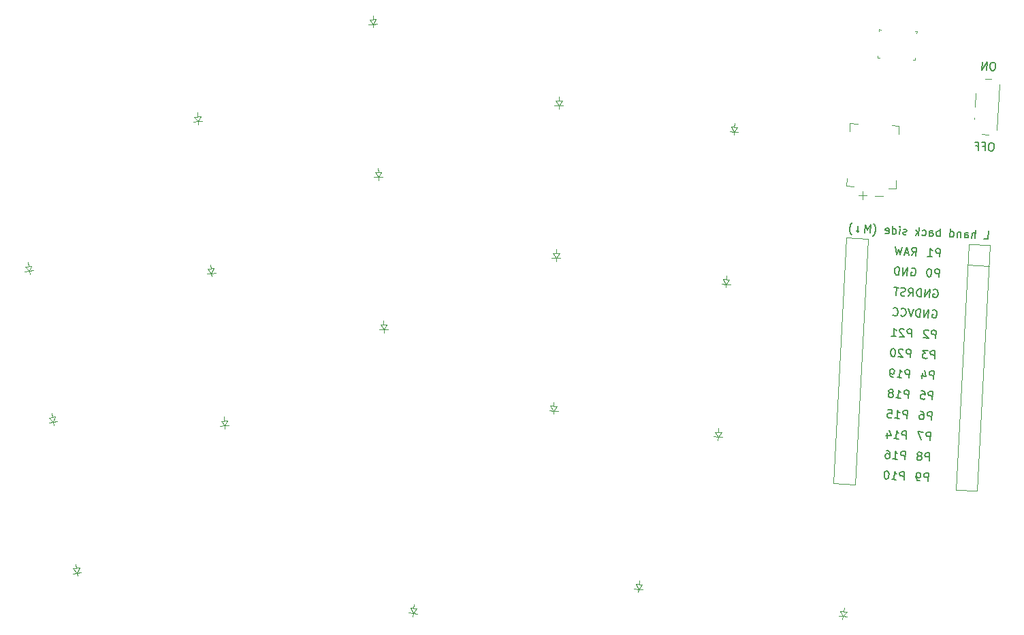
<source format=gbr>
%TF.GenerationSoftware,KiCad,Pcbnew,8.0.7*%
%TF.CreationDate,2025-02-03T11:28:03-05:00*%
%TF.ProjectId,thepcb,74686570-6362-42e6-9b69-6361645f7063,v1.0.0*%
%TF.SameCoordinates,Original*%
%TF.FileFunction,Legend,Bot*%
%TF.FilePolarity,Positive*%
%FSLAX46Y46*%
G04 Gerber Fmt 4.6, Leading zero omitted, Abs format (unit mm)*
G04 Created by KiCad (PCBNEW 8.0.7) date 2025-02-03 11:28:03*
%MOMM*%
%LPD*%
G01*
G04 APERTURE LIST*
%ADD10C,0.150000*%
%ADD11C,0.100000*%
%ADD12C,0.120000*%
G04 APERTURE END LIST*
D10*
X299184867Y-94147325D02*
X298994652Y-94137357D01*
X298994652Y-94137357D02*
X298897053Y-94179926D01*
X298897053Y-94179926D02*
X298796961Y-94270049D01*
X298796961Y-94270049D02*
X298739438Y-94457772D01*
X298739438Y-94457772D02*
X298721993Y-94790649D01*
X298721993Y-94790649D02*
X298759578Y-94983356D01*
X298759578Y-94983356D02*
X298849701Y-95083448D01*
X298849701Y-95083448D02*
X298942316Y-95135986D01*
X298942316Y-95135986D02*
X299132531Y-95145955D01*
X299132531Y-95145955D02*
X299230131Y-95103386D01*
X299230131Y-95103386D02*
X299330223Y-95013262D01*
X299330223Y-95013262D02*
X299387746Y-94825539D01*
X299387746Y-94825539D02*
X299405191Y-94492663D01*
X299405191Y-94492663D02*
X299367606Y-94299956D01*
X299367606Y-94299956D02*
X299277483Y-94199864D01*
X299277483Y-94199864D02*
X299184867Y-94147325D01*
X297971101Y-94560559D02*
X298303977Y-94578004D01*
X298276563Y-95101096D02*
X298328899Y-94102466D01*
X298328899Y-94102466D02*
X297853361Y-94077544D01*
X297115133Y-94515699D02*
X297448009Y-94533145D01*
X297420595Y-95056236D02*
X297472931Y-94057607D01*
X297472931Y-94057607D02*
X296997393Y-94032685D01*
X299375351Y-84143584D02*
X299185136Y-84133615D01*
X299185136Y-84133615D02*
X299087536Y-84176185D01*
X299087536Y-84176185D02*
X298987444Y-84266308D01*
X298987444Y-84266308D02*
X298929922Y-84454031D01*
X298929922Y-84454031D02*
X298912477Y-84786907D01*
X298912477Y-84786907D02*
X298950062Y-84979615D01*
X298950062Y-84979615D02*
X299040185Y-85079707D01*
X299040185Y-85079707D02*
X299132800Y-85132245D01*
X299132800Y-85132245D02*
X299323015Y-85142214D01*
X299323015Y-85142214D02*
X299420615Y-85099644D01*
X299420615Y-85099644D02*
X299520707Y-85009521D01*
X299520707Y-85009521D02*
X299578230Y-84821798D01*
X299578230Y-84821798D02*
X299595675Y-84488922D01*
X299595675Y-84488922D02*
X299558090Y-84296214D01*
X299558090Y-84296214D02*
X299467967Y-84196122D01*
X299467967Y-84196122D02*
X299375351Y-84143584D01*
X298467047Y-85097354D02*
X298519383Y-84098725D01*
X298519383Y-84098725D02*
X297896402Y-85067448D01*
X297896402Y-85067448D02*
X297948738Y-84068818D01*
X298160216Y-106065032D02*
X298635754Y-106089953D01*
X298635754Y-106089953D02*
X298688090Y-105091324D01*
X297066478Y-106007711D02*
X297118814Y-105009082D01*
X296638494Y-105985281D02*
X296665908Y-105462190D01*
X296665908Y-105462190D02*
X296718447Y-105369574D01*
X296718447Y-105369574D02*
X296816046Y-105327005D01*
X296816046Y-105327005D02*
X296958708Y-105334482D01*
X296958708Y-105334482D02*
X297051323Y-105387020D01*
X297051323Y-105387020D02*
X297096385Y-105437066D01*
X295734972Y-105937930D02*
X295762386Y-105414838D01*
X295762386Y-105414838D02*
X295814924Y-105322223D01*
X295814924Y-105322223D02*
X295912524Y-105279653D01*
X295912524Y-105279653D02*
X296102739Y-105289622D01*
X296102739Y-105289622D02*
X296195355Y-105342160D01*
X295737464Y-105890376D02*
X295830080Y-105942914D01*
X295830080Y-105942914D02*
X296067849Y-105955375D01*
X296067849Y-105955375D02*
X296165448Y-105912806D01*
X296165448Y-105912806D02*
X296217987Y-105820190D01*
X296217987Y-105820190D02*
X296222971Y-105725083D01*
X296222971Y-105725083D02*
X296180402Y-105627483D01*
X296180402Y-105627483D02*
X296087786Y-105574945D01*
X296087786Y-105574945D02*
X295850017Y-105562484D01*
X295850017Y-105562484D02*
X295757402Y-105509946D01*
X295294325Y-105247255D02*
X295259434Y-105913008D01*
X295289341Y-105342363D02*
X295244279Y-105292317D01*
X295244279Y-105292317D02*
X295151664Y-105239778D01*
X295151664Y-105239778D02*
X295009002Y-105232302D01*
X295009002Y-105232302D02*
X294911402Y-105274871D01*
X294911402Y-105274871D02*
X294858864Y-105367487D01*
X294858864Y-105367487D02*
X294831450Y-105890578D01*
X293927928Y-105843227D02*
X293980264Y-104844597D01*
X293930420Y-105795673D02*
X294023036Y-105848211D01*
X294023036Y-105848211D02*
X294213251Y-105858180D01*
X294213251Y-105858180D02*
X294310851Y-105815610D01*
X294310851Y-105815610D02*
X294360897Y-105770549D01*
X294360897Y-105770549D02*
X294413435Y-105677933D01*
X294413435Y-105677933D02*
X294428388Y-105392611D01*
X294428388Y-105392611D02*
X294385818Y-105295011D01*
X294385818Y-105295011D02*
X294340757Y-105244965D01*
X294340757Y-105244965D02*
X294248141Y-105192427D01*
X294248141Y-105192427D02*
X294057926Y-105182458D01*
X294057926Y-105182458D02*
X293960327Y-105225027D01*
X292691529Y-105778430D02*
X292743865Y-104779800D01*
X292723928Y-105160231D02*
X292631312Y-105107692D01*
X292631312Y-105107692D02*
X292441097Y-105097724D01*
X292441097Y-105097724D02*
X292343497Y-105140293D01*
X292343497Y-105140293D02*
X292293451Y-105185355D01*
X292293451Y-105185355D02*
X292240913Y-105277970D01*
X292240913Y-105277970D02*
X292225960Y-105563293D01*
X292225960Y-105563293D02*
X292268530Y-105660893D01*
X292268530Y-105660893D02*
X292313591Y-105710938D01*
X292313591Y-105710938D02*
X292406207Y-105763477D01*
X292406207Y-105763477D02*
X292596422Y-105773445D01*
X292596422Y-105773445D02*
X292694021Y-105730876D01*
X291360023Y-105708649D02*
X291387437Y-105185557D01*
X291387437Y-105185557D02*
X291439975Y-105092941D01*
X291439975Y-105092941D02*
X291537575Y-105050372D01*
X291537575Y-105050372D02*
X291727790Y-105060341D01*
X291727790Y-105060341D02*
X291820406Y-105112879D01*
X291362515Y-105661095D02*
X291455131Y-105713633D01*
X291455131Y-105713633D02*
X291692900Y-105726094D01*
X291692900Y-105726094D02*
X291790499Y-105683524D01*
X291790499Y-105683524D02*
X291843038Y-105590909D01*
X291843038Y-105590909D02*
X291848022Y-105495801D01*
X291848022Y-105495801D02*
X291805453Y-105398202D01*
X291805453Y-105398202D02*
X291712837Y-105345664D01*
X291712837Y-105345664D02*
X291475068Y-105333203D01*
X291475068Y-105333203D02*
X291382453Y-105280664D01*
X290458993Y-105613743D02*
X290551609Y-105666281D01*
X290551609Y-105666281D02*
X290741824Y-105676250D01*
X290741824Y-105676250D02*
X290839424Y-105633681D01*
X290839424Y-105633681D02*
X290889470Y-105588619D01*
X290889470Y-105588619D02*
X290942008Y-105496004D01*
X290942008Y-105496004D02*
X290956961Y-105210681D01*
X290956961Y-105210681D02*
X290914391Y-105113081D01*
X290914391Y-105113081D02*
X290869330Y-105063035D01*
X290869330Y-105063035D02*
X290776714Y-105010497D01*
X290776714Y-105010497D02*
X290586499Y-105000528D01*
X290586499Y-105000528D02*
X290488900Y-105043098D01*
X290028517Y-105638867D02*
X290080853Y-104640238D01*
X289953347Y-105253453D02*
X289648087Y-105618930D01*
X289682977Y-104953177D02*
X290043470Y-105353544D01*
X288509287Y-105511563D02*
X288411688Y-105554133D01*
X288411688Y-105554133D02*
X288221473Y-105544164D01*
X288221473Y-105544164D02*
X288128857Y-105491626D01*
X288128857Y-105491626D02*
X288086288Y-105394026D01*
X288086288Y-105394026D02*
X288088780Y-105346472D01*
X288088780Y-105346472D02*
X288141318Y-105253857D01*
X288141318Y-105253857D02*
X288238918Y-105211288D01*
X288238918Y-105211288D02*
X288381579Y-105218764D01*
X288381579Y-105218764D02*
X288479179Y-105176195D01*
X288479179Y-105176195D02*
X288531717Y-105083579D01*
X288531717Y-105083579D02*
X288534209Y-105036026D01*
X288534209Y-105036026D02*
X288491640Y-104938426D01*
X288491640Y-104938426D02*
X288399025Y-104885888D01*
X288399025Y-104885888D02*
X288256363Y-104878411D01*
X288256363Y-104878411D02*
X288158763Y-104920980D01*
X287650827Y-105514258D02*
X287685718Y-104848505D01*
X287703163Y-104515628D02*
X287748224Y-104565674D01*
X287748224Y-104565674D02*
X287698178Y-104610736D01*
X287698178Y-104610736D02*
X287653117Y-104560690D01*
X287653117Y-104560690D02*
X287703163Y-104515628D01*
X287703163Y-104515628D02*
X287698178Y-104610736D01*
X286747305Y-105466906D02*
X286799641Y-104468277D01*
X286749798Y-105419352D02*
X286842413Y-105471891D01*
X286842413Y-105471891D02*
X287032628Y-105481859D01*
X287032628Y-105481859D02*
X287130228Y-105439290D01*
X287130228Y-105439290D02*
X287180274Y-105394228D01*
X287180274Y-105394228D02*
X287232812Y-105301613D01*
X287232812Y-105301613D02*
X287247765Y-105016290D01*
X287247765Y-105016290D02*
X287205196Y-104918690D01*
X287205196Y-104918690D02*
X287160134Y-104868644D01*
X287160134Y-104868644D02*
X287067519Y-104816106D01*
X287067519Y-104816106D02*
X286877304Y-104806138D01*
X286877304Y-104806138D02*
X286779704Y-104848707D01*
X285893829Y-105374493D02*
X285986445Y-105427031D01*
X285986445Y-105427031D02*
X286176660Y-105437000D01*
X286176660Y-105437000D02*
X286274260Y-105394431D01*
X286274260Y-105394431D02*
X286326798Y-105301815D01*
X286326798Y-105301815D02*
X286346735Y-104921385D01*
X286346735Y-104921385D02*
X286304166Y-104823785D01*
X286304166Y-104823785D02*
X286211550Y-104771247D01*
X286211550Y-104771247D02*
X286021335Y-104761278D01*
X286021335Y-104761278D02*
X285923736Y-104803848D01*
X285923736Y-104803848D02*
X285871197Y-104896463D01*
X285871197Y-104896463D02*
X285866213Y-104991571D01*
X285866213Y-104991571D02*
X286336767Y-105111600D01*
X284349678Y-105722727D02*
X284399724Y-105677665D01*
X284399724Y-105677665D02*
X284502308Y-105539988D01*
X284502308Y-105539988D02*
X284554846Y-105447373D01*
X284554846Y-105447373D02*
X284609877Y-105307204D01*
X284609877Y-105307204D02*
X284669891Y-105071927D01*
X284669891Y-105071927D02*
X284679860Y-104881712D01*
X284679860Y-104881712D02*
X284644767Y-104641451D01*
X284644767Y-104641451D02*
X284604690Y-104496297D01*
X284604690Y-104496297D02*
X284562121Y-104398698D01*
X284562121Y-104398698D02*
X284474490Y-104251052D01*
X284474490Y-104251052D02*
X284429428Y-104201006D01*
X283989185Y-105322359D02*
X284041521Y-104323730D01*
X284041521Y-104323730D02*
X283671262Y-105019591D01*
X283671262Y-105019591D02*
X283375768Y-104288839D01*
X283375768Y-104288839D02*
X283323432Y-105287469D01*
X282507339Y-104481749D02*
X282467464Y-105242609D01*
X282287217Y-105042425D02*
X282467464Y-105242609D01*
X282467464Y-105242609D02*
X282667648Y-105062363D01*
X281686666Y-105583165D02*
X281641604Y-105533119D01*
X281641604Y-105533119D02*
X281553973Y-105385473D01*
X281553973Y-105385473D02*
X281511404Y-105287873D01*
X281511404Y-105287873D02*
X281471327Y-105142719D01*
X281471327Y-105142719D02*
X281436234Y-104902458D01*
X281436234Y-104902458D02*
X281446203Y-104712243D01*
X281446203Y-104712243D02*
X281506217Y-104476966D01*
X281506217Y-104476966D02*
X281561248Y-104336797D01*
X281561248Y-104336797D02*
X281613786Y-104244182D01*
X281613786Y-104244182D02*
X281716370Y-104106505D01*
X281716370Y-104106505D02*
X281766416Y-104061443D01*
X288728311Y-113206190D02*
X289086109Y-112748098D01*
X289298956Y-113236097D02*
X289351292Y-112237467D01*
X289351292Y-112237467D02*
X288970862Y-112217530D01*
X288970862Y-112217530D02*
X288873262Y-112260099D01*
X288873262Y-112260099D02*
X288823216Y-112305161D01*
X288823216Y-112305161D02*
X288770678Y-112397776D01*
X288770678Y-112397776D02*
X288763201Y-112540437D01*
X288763201Y-112540437D02*
X288805771Y-112638037D01*
X288805771Y-112638037D02*
X288850832Y-112688083D01*
X288850832Y-112688083D02*
X288943448Y-112740621D01*
X288943448Y-112740621D02*
X289323878Y-112760559D01*
X288350373Y-113138699D02*
X288205219Y-113178776D01*
X288205219Y-113178776D02*
X287967450Y-113166315D01*
X287967450Y-113166315D02*
X287874835Y-113113777D01*
X287874835Y-113113777D02*
X287829773Y-113063731D01*
X287829773Y-113063731D02*
X287787204Y-112966131D01*
X287787204Y-112966131D02*
X287792188Y-112871024D01*
X287792188Y-112871024D02*
X287844726Y-112778409D01*
X287844726Y-112778409D02*
X287894772Y-112733347D01*
X287894772Y-112733347D02*
X287992372Y-112690778D01*
X287992372Y-112690778D02*
X288185079Y-112653192D01*
X288185079Y-112653192D02*
X288282679Y-112610623D01*
X288282679Y-112610623D02*
X288332725Y-112565561D01*
X288332725Y-112565561D02*
X288385263Y-112472946D01*
X288385263Y-112472946D02*
X288390248Y-112377839D01*
X288390248Y-112377839D02*
X288347678Y-112280239D01*
X288347678Y-112280239D02*
X288302617Y-112230193D01*
X288302617Y-112230193D02*
X288210001Y-112177655D01*
X288210001Y-112177655D02*
X287972232Y-112165194D01*
X287972232Y-112165194D02*
X287827079Y-112205271D01*
X287544248Y-112142764D02*
X286973603Y-112112858D01*
X287206590Y-113126440D02*
X287258926Y-112127811D01*
X288729398Y-125923676D02*
X288781734Y-124925047D01*
X288781734Y-124925047D02*
X288401303Y-124905109D01*
X288401303Y-124905109D02*
X288303704Y-124947678D01*
X288303704Y-124947678D02*
X288253658Y-124992740D01*
X288253658Y-124992740D02*
X288201119Y-125085355D01*
X288201119Y-125085355D02*
X288193643Y-125228017D01*
X288193643Y-125228017D02*
X288236212Y-125325617D01*
X288236212Y-125325617D02*
X288281274Y-125375662D01*
X288281274Y-125375662D02*
X288373889Y-125428201D01*
X288373889Y-125428201D02*
X288754320Y-125448138D01*
X287207677Y-125843926D02*
X287778322Y-125873832D01*
X287492999Y-125858879D02*
X287545335Y-124860250D01*
X287545335Y-124860250D02*
X287632966Y-125007895D01*
X287632966Y-125007895D02*
X287723089Y-125107987D01*
X287723089Y-125107987D02*
X287815705Y-125160525D01*
X286666937Y-125243374D02*
X286764537Y-125200805D01*
X286764537Y-125200805D02*
X286814583Y-125155743D01*
X286814583Y-125155743D02*
X286867121Y-125063128D01*
X286867121Y-125063128D02*
X286869613Y-125015574D01*
X286869613Y-125015574D02*
X286827044Y-124917974D01*
X286827044Y-124917974D02*
X286781982Y-124867928D01*
X286781982Y-124867928D02*
X286689367Y-124815390D01*
X286689367Y-124815390D02*
X286499152Y-124805421D01*
X286499152Y-124805421D02*
X286401552Y-124847991D01*
X286401552Y-124847991D02*
X286351506Y-124893052D01*
X286351506Y-124893052D02*
X286298968Y-124985668D01*
X286298968Y-124985668D02*
X286296476Y-125033222D01*
X286296476Y-125033222D02*
X286339045Y-125130821D01*
X286339045Y-125130821D02*
X286384107Y-125180867D01*
X286384107Y-125180867D02*
X286476722Y-125233406D01*
X286476722Y-125233406D02*
X286666937Y-125243374D01*
X286666937Y-125243374D02*
X286759553Y-125295912D01*
X286759553Y-125295912D02*
X286804614Y-125345958D01*
X286804614Y-125345958D02*
X286847184Y-125443558D01*
X286847184Y-125443558D02*
X286837215Y-125633773D01*
X286837215Y-125633773D02*
X286784677Y-125726389D01*
X286784677Y-125726389D02*
X286734631Y-125771450D01*
X286734631Y-125771450D02*
X286637031Y-125814020D01*
X286637031Y-125814020D02*
X286446816Y-125804051D01*
X286446816Y-125804051D02*
X286354201Y-125751513D01*
X286354201Y-125751513D02*
X286309139Y-125701467D01*
X286309139Y-125701467D02*
X286266569Y-125603867D01*
X286266569Y-125603867D02*
X286276538Y-125413652D01*
X286276538Y-125413652D02*
X286329076Y-125321037D01*
X286329076Y-125321037D02*
X286379122Y-125275975D01*
X286379122Y-125275975D02*
X286476722Y-125233406D01*
X291872009Y-123544887D02*
X291924345Y-122546258D01*
X291924345Y-122546258D02*
X291543915Y-122526320D01*
X291543915Y-122526320D02*
X291446315Y-122568889D01*
X291446315Y-122568889D02*
X291396269Y-122613951D01*
X291396269Y-122613951D02*
X291343731Y-122706566D01*
X291343731Y-122706566D02*
X291336255Y-122849228D01*
X291336255Y-122849228D02*
X291378824Y-122946828D01*
X291378824Y-122946828D02*
X291423886Y-122996874D01*
X291423886Y-122996874D02*
X291516501Y-123049412D01*
X291516501Y-123049412D02*
X291896931Y-123069349D01*
X290480286Y-122804368D02*
X290445396Y-123470121D01*
X290737993Y-122436399D02*
X290938379Y-123162167D01*
X290938379Y-123162167D02*
X290320180Y-123129768D01*
X291340276Y-133690963D02*
X291392612Y-132692334D01*
X291392612Y-132692334D02*
X291012182Y-132672396D01*
X291012182Y-132672396D02*
X290914582Y-132714965D01*
X290914582Y-132714965D02*
X290864536Y-132760027D01*
X290864536Y-132760027D02*
X290811998Y-132852642D01*
X290811998Y-132852642D02*
X290804522Y-132995304D01*
X290804522Y-132995304D02*
X290847091Y-133092904D01*
X290847091Y-133092904D02*
X290892153Y-133142950D01*
X290892153Y-133142950D02*
X290984768Y-133195488D01*
X290984768Y-133195488D02*
X291365198Y-133215425D01*
X290228892Y-133060505D02*
X290326491Y-133017936D01*
X290326491Y-133017936D02*
X290376537Y-132972874D01*
X290376537Y-132972874D02*
X290429076Y-132880259D01*
X290429076Y-132880259D02*
X290431568Y-132832705D01*
X290431568Y-132832705D02*
X290388998Y-132735105D01*
X290388998Y-132735105D02*
X290343937Y-132685059D01*
X290343937Y-132685059D02*
X290251321Y-132632521D01*
X290251321Y-132632521D02*
X290061106Y-132622552D01*
X290061106Y-132622552D02*
X289963506Y-132665122D01*
X289963506Y-132665122D02*
X289913461Y-132710183D01*
X289913461Y-132710183D02*
X289860922Y-132802799D01*
X289860922Y-132802799D02*
X289858430Y-132850353D01*
X289858430Y-132850353D02*
X289901000Y-132947952D01*
X289901000Y-132947952D02*
X289946061Y-132997998D01*
X289946061Y-132997998D02*
X290038677Y-133050536D01*
X290038677Y-133050536D02*
X290228892Y-133060505D01*
X290228892Y-133060505D02*
X290321507Y-133113043D01*
X290321507Y-133113043D02*
X290366569Y-133163089D01*
X290366569Y-133163089D02*
X290409138Y-133260689D01*
X290409138Y-133260689D02*
X290399169Y-133450904D01*
X290399169Y-133450904D02*
X290346631Y-133543520D01*
X290346631Y-133543520D02*
X290296585Y-133588581D01*
X290296585Y-133588581D02*
X290198985Y-133631151D01*
X290198985Y-133631151D02*
X290008770Y-133621182D01*
X290008770Y-133621182D02*
X289916155Y-133568644D01*
X289916155Y-133568644D02*
X289871093Y-133518598D01*
X289871093Y-133518598D02*
X289828524Y-133420998D01*
X289828524Y-133420998D02*
X289838493Y-133230783D01*
X289838493Y-133230783D02*
X289891031Y-133138167D01*
X289891031Y-133138167D02*
X289941077Y-133093106D01*
X289941077Y-133093106D02*
X290038677Y-133050536D01*
X292004942Y-121008368D02*
X292057278Y-120009739D01*
X292057278Y-120009739D02*
X291676848Y-119989801D01*
X291676848Y-119989801D02*
X291579248Y-120032370D01*
X291579248Y-120032370D02*
X291529202Y-120077432D01*
X291529202Y-120077432D02*
X291476664Y-120170047D01*
X291476664Y-120170047D02*
X291469188Y-120312709D01*
X291469188Y-120312709D02*
X291511757Y-120410309D01*
X291511757Y-120410309D02*
X291556819Y-120460355D01*
X291556819Y-120460355D02*
X291649434Y-120512893D01*
X291649434Y-120512893D02*
X292029864Y-120532830D01*
X291153756Y-119962387D02*
X290535557Y-119929989D01*
X290535557Y-119929989D02*
X290848496Y-120327864D01*
X290848496Y-120327864D02*
X290705835Y-120320388D01*
X290705835Y-120320388D02*
X290608235Y-120362957D01*
X290608235Y-120362957D02*
X290558189Y-120408019D01*
X290558189Y-120408019D02*
X290505651Y-120500634D01*
X290505651Y-120500634D02*
X290493190Y-120738403D01*
X290493190Y-120738403D02*
X290535759Y-120836003D01*
X290535759Y-120836003D02*
X290580821Y-120886049D01*
X290580821Y-120886049D02*
X290673436Y-120938587D01*
X290673436Y-120938587D02*
X290958759Y-120953540D01*
X290958759Y-120953540D02*
X291056359Y-120910971D01*
X291056359Y-120910971D02*
X291106405Y-120865909D01*
X288463531Y-130996714D02*
X288515867Y-129998085D01*
X288515867Y-129998085D02*
X288135436Y-129978147D01*
X288135436Y-129978147D02*
X288037837Y-130020716D01*
X288037837Y-130020716D02*
X287987791Y-130065778D01*
X287987791Y-130065778D02*
X287935252Y-130158393D01*
X287935252Y-130158393D02*
X287927776Y-130301055D01*
X287927776Y-130301055D02*
X287970345Y-130398655D01*
X287970345Y-130398655D02*
X288015407Y-130448700D01*
X288015407Y-130448700D02*
X288108022Y-130501239D01*
X288108022Y-130501239D02*
X288488453Y-130521176D01*
X286941810Y-130916964D02*
X287512455Y-130946870D01*
X287227132Y-130931917D02*
X287279468Y-129933288D01*
X287279468Y-129933288D02*
X287367099Y-130080933D01*
X287367099Y-130080933D02*
X287457222Y-130181025D01*
X287457222Y-130181025D02*
X287549838Y-130233563D01*
X286120732Y-130206352D02*
X286085841Y-130872105D01*
X286378438Y-129838382D02*
X286578825Y-130564150D01*
X286578825Y-130564150D02*
X285960625Y-130531752D01*
X289128200Y-118314119D02*
X289180536Y-117315490D01*
X289180536Y-117315490D02*
X288800105Y-117295552D01*
X288800105Y-117295552D02*
X288702506Y-117338121D01*
X288702506Y-117338121D02*
X288652460Y-117383183D01*
X288652460Y-117383183D02*
X288599921Y-117475798D01*
X288599921Y-117475798D02*
X288592445Y-117618460D01*
X288592445Y-117618460D02*
X288635014Y-117716060D01*
X288635014Y-117716060D02*
X288680076Y-117766105D01*
X288680076Y-117766105D02*
X288772691Y-117818644D01*
X288772691Y-117818644D02*
X289153122Y-117838581D01*
X288224476Y-117360753D02*
X288179414Y-117310707D01*
X288179414Y-117310707D02*
X288086799Y-117258169D01*
X288086799Y-117258169D02*
X287849030Y-117245708D01*
X287849030Y-117245708D02*
X287751430Y-117288278D01*
X287751430Y-117288278D02*
X287701384Y-117333339D01*
X287701384Y-117333339D02*
X287648846Y-117425955D01*
X287648846Y-117425955D02*
X287643861Y-117521062D01*
X287643861Y-117521062D02*
X287683939Y-117666216D01*
X287683939Y-117666216D02*
X288224678Y-118266767D01*
X288224678Y-118266767D02*
X287606479Y-118234369D01*
X286655403Y-118184525D02*
X287226048Y-118214432D01*
X286940725Y-118199478D02*
X286993061Y-117200849D01*
X286993061Y-117200849D02*
X287080692Y-117348495D01*
X287080692Y-117348495D02*
X287170816Y-117448587D01*
X287170816Y-117448587D02*
X287263431Y-117501125D01*
X288197664Y-136069752D02*
X288250000Y-135071123D01*
X288250000Y-135071123D02*
X287869569Y-135051185D01*
X287869569Y-135051185D02*
X287771970Y-135093754D01*
X287771970Y-135093754D02*
X287721924Y-135138816D01*
X287721924Y-135138816D02*
X287669385Y-135231431D01*
X287669385Y-135231431D02*
X287661909Y-135374093D01*
X287661909Y-135374093D02*
X287704478Y-135471693D01*
X287704478Y-135471693D02*
X287749540Y-135521738D01*
X287749540Y-135521738D02*
X287842155Y-135574277D01*
X287842155Y-135574277D02*
X288222586Y-135594214D01*
X286675943Y-135990002D02*
X287246588Y-136019908D01*
X286961265Y-136004955D02*
X287013601Y-135006326D01*
X287013601Y-135006326D02*
X287101232Y-135153971D01*
X287101232Y-135153971D02*
X287191355Y-135254063D01*
X287191355Y-135254063D02*
X287283971Y-135306601D01*
X286110079Y-134958974D02*
X286014972Y-134953990D01*
X286014972Y-134953990D02*
X285917372Y-134996559D01*
X285917372Y-134996559D02*
X285867326Y-135041621D01*
X285867326Y-135041621D02*
X285814788Y-135134236D01*
X285814788Y-135134236D02*
X285757265Y-135321959D01*
X285757265Y-135321959D02*
X285744804Y-135559728D01*
X285744804Y-135559728D02*
X285782389Y-135752435D01*
X285782389Y-135752435D02*
X285824959Y-135850035D01*
X285824959Y-135850035D02*
X285870020Y-135900081D01*
X285870020Y-135900081D02*
X285962636Y-135952619D01*
X285962636Y-135952619D02*
X286057743Y-135957604D01*
X286057743Y-135957604D02*
X286155343Y-135915034D01*
X286155343Y-135915034D02*
X286205389Y-135869973D01*
X286205389Y-135869973D02*
X286257927Y-135777357D01*
X286257927Y-135777357D02*
X286315450Y-135589634D01*
X286315450Y-135589634D02*
X286327911Y-135351865D01*
X286327911Y-135351865D02*
X286290326Y-135159158D01*
X286290326Y-135159158D02*
X286247756Y-135061558D01*
X286247756Y-135061558D02*
X286202695Y-135011512D01*
X286202695Y-135011512D02*
X286110079Y-134958974D01*
X288862331Y-123387157D02*
X288914667Y-122388528D01*
X288914667Y-122388528D02*
X288534236Y-122368590D01*
X288534236Y-122368590D02*
X288436637Y-122411159D01*
X288436637Y-122411159D02*
X288386591Y-122456221D01*
X288386591Y-122456221D02*
X288334052Y-122548836D01*
X288334052Y-122548836D02*
X288326576Y-122691498D01*
X288326576Y-122691498D02*
X288369145Y-122789098D01*
X288369145Y-122789098D02*
X288414207Y-122839143D01*
X288414207Y-122839143D02*
X288506822Y-122891682D01*
X288506822Y-122891682D02*
X288887253Y-122911619D01*
X287340610Y-123307407D02*
X287911255Y-123337313D01*
X287625932Y-123322360D02*
X287678268Y-122323731D01*
X287678268Y-122323731D02*
X287765899Y-122471376D01*
X287765899Y-122471376D02*
X287856022Y-122571468D01*
X287856022Y-122571468D02*
X287948638Y-122624006D01*
X286865072Y-123282485D02*
X286674856Y-123272516D01*
X286674856Y-123272516D02*
X286582241Y-123219978D01*
X286582241Y-123219978D02*
X286537179Y-123169932D01*
X286537179Y-123169932D02*
X286449548Y-123022286D01*
X286449548Y-123022286D02*
X286411963Y-122829579D01*
X286411963Y-122829579D02*
X286431901Y-122449149D01*
X286431901Y-122449149D02*
X286484439Y-122356533D01*
X286484439Y-122356533D02*
X286534485Y-122311472D01*
X286534485Y-122311472D02*
X286632085Y-122268902D01*
X286632085Y-122268902D02*
X286822300Y-122278871D01*
X286822300Y-122278871D02*
X286914915Y-122331409D01*
X286914915Y-122331409D02*
X286959977Y-122381455D01*
X286959977Y-122381455D02*
X287002546Y-122479055D01*
X287002546Y-122479055D02*
X286990085Y-122716824D01*
X286990085Y-122716824D02*
X286937547Y-122809439D01*
X286937547Y-122809439D02*
X286887501Y-122854501D01*
X286887501Y-122854501D02*
X286789902Y-122897070D01*
X286789902Y-122897070D02*
X286599686Y-122887102D01*
X286599686Y-122887102D02*
X286507071Y-122834564D01*
X286507071Y-122834564D02*
X286462009Y-122784518D01*
X286462009Y-122784518D02*
X286419440Y-122686918D01*
X288596464Y-128460195D02*
X288648800Y-127461566D01*
X288648800Y-127461566D02*
X288268369Y-127441628D01*
X288268369Y-127441628D02*
X288170770Y-127484197D01*
X288170770Y-127484197D02*
X288120724Y-127529259D01*
X288120724Y-127529259D02*
X288068185Y-127621874D01*
X288068185Y-127621874D02*
X288060709Y-127764536D01*
X288060709Y-127764536D02*
X288103278Y-127862136D01*
X288103278Y-127862136D02*
X288148340Y-127912181D01*
X288148340Y-127912181D02*
X288240955Y-127964720D01*
X288240955Y-127964720D02*
X288621386Y-127984657D01*
X287074743Y-128380445D02*
X287645388Y-128410351D01*
X287360065Y-128395398D02*
X287412401Y-127396769D01*
X287412401Y-127396769D02*
X287500032Y-127544414D01*
X287500032Y-127544414D02*
X287590155Y-127644506D01*
X287590155Y-127644506D02*
X287682771Y-127697044D01*
X286223556Y-127334464D02*
X286699094Y-127359386D01*
X286699094Y-127359386D02*
X286721726Y-127837416D01*
X286721726Y-127837416D02*
X286676665Y-127787370D01*
X286676665Y-127787370D02*
X286584049Y-127734832D01*
X286584049Y-127734832D02*
X286346280Y-127722371D01*
X286346280Y-127722371D02*
X286248681Y-127764940D01*
X286248681Y-127764940D02*
X286198635Y-127810002D01*
X286198635Y-127810002D02*
X286146096Y-127902617D01*
X286146096Y-127902617D02*
X286133635Y-128140386D01*
X286133635Y-128140386D02*
X286176205Y-128237986D01*
X286176205Y-128237986D02*
X286221267Y-128288032D01*
X286221267Y-128288032D02*
X286313882Y-128340570D01*
X286313882Y-128340570D02*
X286551651Y-128353031D01*
X286551651Y-128353031D02*
X286649251Y-128310462D01*
X286649251Y-128310462D02*
X286699297Y-128265400D01*
X291739076Y-126081406D02*
X291791412Y-125082777D01*
X291791412Y-125082777D02*
X291410982Y-125062839D01*
X291410982Y-125062839D02*
X291313382Y-125105408D01*
X291313382Y-125105408D02*
X291263336Y-125150470D01*
X291263336Y-125150470D02*
X291210798Y-125243085D01*
X291210798Y-125243085D02*
X291203322Y-125385747D01*
X291203322Y-125385747D02*
X291245891Y-125483347D01*
X291245891Y-125483347D02*
X291290953Y-125533393D01*
X291290953Y-125533393D02*
X291383568Y-125585931D01*
X291383568Y-125585931D02*
X291763998Y-125605868D01*
X290317245Y-125005519D02*
X290792783Y-125030441D01*
X290792783Y-125030441D02*
X290815415Y-125508471D01*
X290815415Y-125508471D02*
X290770353Y-125458425D01*
X290770353Y-125458425D02*
X290677738Y-125405887D01*
X290677738Y-125405887D02*
X290439969Y-125393426D01*
X290439969Y-125393426D02*
X290342369Y-125435995D01*
X290342369Y-125435995D02*
X290292323Y-125481057D01*
X290292323Y-125481057D02*
X290239785Y-125573672D01*
X290239785Y-125573672D02*
X290227324Y-125811441D01*
X290227324Y-125811441D02*
X290269893Y-125909041D01*
X290269893Y-125909041D02*
X290314955Y-125959087D01*
X290314955Y-125959087D02*
X290407570Y-126011625D01*
X290407570Y-126011625D02*
X290645339Y-126024086D01*
X290645339Y-126024086D02*
X290742939Y-125981516D01*
X290742939Y-125981516D02*
X290792985Y-125936455D01*
X288995264Y-120850638D02*
X289047600Y-119852009D01*
X289047600Y-119852009D02*
X288667169Y-119832071D01*
X288667169Y-119832071D02*
X288569570Y-119874640D01*
X288569570Y-119874640D02*
X288519524Y-119919702D01*
X288519524Y-119919702D02*
X288466985Y-120012317D01*
X288466985Y-120012317D02*
X288459509Y-120154979D01*
X288459509Y-120154979D02*
X288502078Y-120252579D01*
X288502078Y-120252579D02*
X288547140Y-120302624D01*
X288547140Y-120302624D02*
X288639755Y-120355163D01*
X288639755Y-120355163D02*
X289020186Y-120375100D01*
X288091540Y-119897272D02*
X288046478Y-119847226D01*
X288046478Y-119847226D02*
X287953863Y-119794688D01*
X287953863Y-119794688D02*
X287716094Y-119782227D01*
X287716094Y-119782227D02*
X287618494Y-119824797D01*
X287618494Y-119824797D02*
X287568448Y-119869858D01*
X287568448Y-119869858D02*
X287515910Y-119962474D01*
X287515910Y-119962474D02*
X287510925Y-120057581D01*
X287510925Y-120057581D02*
X287551003Y-120202735D01*
X287551003Y-120202735D02*
X288091742Y-120803286D01*
X288091742Y-120803286D02*
X287473543Y-120770888D01*
X286907679Y-119739860D02*
X286812572Y-119734876D01*
X286812572Y-119734876D02*
X286714972Y-119777445D01*
X286714972Y-119777445D02*
X286664926Y-119822507D01*
X286664926Y-119822507D02*
X286612388Y-119915122D01*
X286612388Y-119915122D02*
X286554865Y-120102845D01*
X286554865Y-120102845D02*
X286542404Y-120340614D01*
X286542404Y-120340614D02*
X286579989Y-120533321D01*
X286579989Y-120533321D02*
X286622559Y-120630921D01*
X286622559Y-120630921D02*
X286667620Y-120680967D01*
X286667620Y-120680967D02*
X286760236Y-120733505D01*
X286760236Y-120733505D02*
X286855343Y-120738490D01*
X286855343Y-120738490D02*
X286952943Y-120695920D01*
X286952943Y-120695920D02*
X287002989Y-120650859D01*
X287002989Y-120650859D02*
X287055527Y-120558243D01*
X287055527Y-120558243D02*
X287113050Y-120370520D01*
X287113050Y-120370520D02*
X287125511Y-120132751D01*
X287125511Y-120132751D02*
X287087926Y-119940044D01*
X287087926Y-119940044D02*
X287045356Y-119842444D01*
X287045356Y-119842444D02*
X287000295Y-119792398D01*
X287000295Y-119792398D02*
X286907679Y-119739860D01*
X292669609Y-108325773D02*
X292721945Y-107327144D01*
X292721945Y-107327144D02*
X292341515Y-107307206D01*
X292341515Y-107307206D02*
X292243915Y-107349775D01*
X292243915Y-107349775D02*
X292193869Y-107394837D01*
X292193869Y-107394837D02*
X292141331Y-107487452D01*
X292141331Y-107487452D02*
X292133855Y-107630114D01*
X292133855Y-107630114D02*
X292176424Y-107727714D01*
X292176424Y-107727714D02*
X292221486Y-107777760D01*
X292221486Y-107777760D02*
X292314101Y-107830298D01*
X292314101Y-107830298D02*
X292694531Y-107850235D01*
X291147888Y-108246023D02*
X291718534Y-108275929D01*
X291433211Y-108260976D02*
X291485547Y-107262347D01*
X291485547Y-107262347D02*
X291573178Y-107409992D01*
X291573178Y-107409992D02*
X291663301Y-107510084D01*
X291663301Y-107510084D02*
X291755916Y-107562623D01*
X291207342Y-136227482D02*
X291259678Y-135228853D01*
X291259678Y-135228853D02*
X290879248Y-135208915D01*
X290879248Y-135208915D02*
X290781648Y-135251484D01*
X290781648Y-135251484D02*
X290731602Y-135296546D01*
X290731602Y-135296546D02*
X290679064Y-135389161D01*
X290679064Y-135389161D02*
X290671588Y-135531823D01*
X290671588Y-135531823D02*
X290714157Y-135629423D01*
X290714157Y-135629423D02*
X290759219Y-135679469D01*
X290759219Y-135679469D02*
X290851834Y-135732007D01*
X290851834Y-135732007D02*
X291232264Y-135751944D01*
X290161159Y-136172654D02*
X289970944Y-136162685D01*
X289970944Y-136162685D02*
X289878328Y-136110147D01*
X289878328Y-136110147D02*
X289833267Y-136060101D01*
X289833267Y-136060101D02*
X289745636Y-135912455D01*
X289745636Y-135912455D02*
X289708051Y-135719748D01*
X289708051Y-135719748D02*
X289727988Y-135339318D01*
X289727988Y-135339318D02*
X289780527Y-135246702D01*
X289780527Y-135246702D02*
X289830572Y-135201641D01*
X289830572Y-135201641D02*
X289928172Y-135159071D01*
X289928172Y-135159071D02*
X290118387Y-135169040D01*
X290118387Y-135169040D02*
X290211003Y-135221578D01*
X290211003Y-135221578D02*
X290256064Y-135271624D01*
X290256064Y-135271624D02*
X290298634Y-135369224D01*
X290298634Y-135369224D02*
X290286173Y-135606993D01*
X290286173Y-135606993D02*
X290233635Y-135699608D01*
X290233635Y-135699608D02*
X290183589Y-135744670D01*
X290183589Y-135744670D02*
X290085989Y-135787239D01*
X290085989Y-135787239D02*
X289895774Y-135777271D01*
X289895774Y-135777271D02*
X289803158Y-135724732D01*
X289803158Y-135724732D02*
X289758097Y-135674686D01*
X289758097Y-135674686D02*
X289715527Y-135577087D01*
X292536676Y-110862292D02*
X292589012Y-109863663D01*
X292589012Y-109863663D02*
X292208582Y-109843725D01*
X292208582Y-109843725D02*
X292110982Y-109886294D01*
X292110982Y-109886294D02*
X292060936Y-109931356D01*
X292060936Y-109931356D02*
X292008398Y-110023971D01*
X292008398Y-110023971D02*
X292000922Y-110166633D01*
X292000922Y-110166633D02*
X292043491Y-110264233D01*
X292043491Y-110264233D02*
X292088553Y-110314279D01*
X292088553Y-110314279D02*
X292181168Y-110366817D01*
X292181168Y-110366817D02*
X292561598Y-110386754D01*
X291400168Y-109801358D02*
X291305060Y-109796374D01*
X291305060Y-109796374D02*
X291207460Y-109838943D01*
X291207460Y-109838943D02*
X291157414Y-109884005D01*
X291157414Y-109884005D02*
X291104876Y-109976620D01*
X291104876Y-109976620D02*
X291047354Y-110164343D01*
X291047354Y-110164343D02*
X291034893Y-110402112D01*
X291034893Y-110402112D02*
X291072478Y-110594819D01*
X291072478Y-110594819D02*
X291115047Y-110692419D01*
X291115047Y-110692419D02*
X291160109Y-110742465D01*
X291160109Y-110742465D02*
X291252724Y-110795003D01*
X291252724Y-110795003D02*
X291347832Y-110799987D01*
X291347832Y-110799987D02*
X291445431Y-110757418D01*
X291445431Y-110757418D02*
X291495477Y-110712356D01*
X291495477Y-110712356D02*
X291548016Y-110619741D01*
X291548016Y-110619741D02*
X291605538Y-110432018D01*
X291605538Y-110432018D02*
X291617999Y-110194249D01*
X291617999Y-110194249D02*
X291580414Y-110001542D01*
X291580414Y-110001542D02*
X291537845Y-109903942D01*
X291537845Y-109903942D02*
X291492783Y-109853896D01*
X291492783Y-109853896D02*
X291400168Y-109801358D01*
X289125079Y-109729810D02*
X289222679Y-109687241D01*
X289222679Y-109687241D02*
X289365340Y-109694718D01*
X289365340Y-109694718D02*
X289505509Y-109749748D01*
X289505509Y-109749748D02*
X289595632Y-109849840D01*
X289595632Y-109849840D02*
X289638202Y-109947440D01*
X289638202Y-109947440D02*
X289675787Y-110140147D01*
X289675787Y-110140147D02*
X289668310Y-110282808D01*
X289668310Y-110282808D02*
X289610788Y-110470531D01*
X289610788Y-110470531D02*
X289558250Y-110563147D01*
X289558250Y-110563147D02*
X289458158Y-110653270D01*
X289458158Y-110653270D02*
X289313004Y-110693347D01*
X289313004Y-110693347D02*
X289217897Y-110688363D01*
X289217897Y-110688363D02*
X289077727Y-110633332D01*
X289077727Y-110633332D02*
X289032666Y-110583286D01*
X289032666Y-110583286D02*
X289050111Y-110250410D01*
X289050111Y-110250410D02*
X289240326Y-110260379D01*
X288599697Y-110655964D02*
X288652033Y-109657335D01*
X288652033Y-109657335D02*
X288029052Y-110626058D01*
X288029052Y-110626058D02*
X288081388Y-109627429D01*
X287553514Y-110601136D02*
X287605850Y-109602507D01*
X287605850Y-109602507D02*
X287368081Y-109590046D01*
X287368081Y-109590046D02*
X287222928Y-109630123D01*
X287222928Y-109630123D02*
X287122836Y-109720246D01*
X287122836Y-109720246D02*
X287070297Y-109812862D01*
X287070297Y-109812862D02*
X287012775Y-110000584D01*
X287012775Y-110000584D02*
X287005298Y-110143246D01*
X287005298Y-110143246D02*
X287042883Y-110335953D01*
X287042883Y-110335953D02*
X287085453Y-110433553D01*
X287085453Y-110433553D02*
X287175576Y-110533645D01*
X287175576Y-110533645D02*
X287315745Y-110588675D01*
X287315745Y-110588675D02*
X287553514Y-110601136D01*
X289432351Y-114785201D02*
X289047138Y-115766385D01*
X289047138Y-115766385D02*
X288766598Y-114750310D01*
X287815724Y-115606481D02*
X287860786Y-115656527D01*
X287860786Y-115656527D02*
X288000955Y-115711557D01*
X288000955Y-115711557D02*
X288096062Y-115716541D01*
X288096062Y-115716541D02*
X288241216Y-115676464D01*
X288241216Y-115676464D02*
X288341308Y-115586341D01*
X288341308Y-115586341D02*
X288393846Y-115493726D01*
X288393846Y-115493726D02*
X288451369Y-115306003D01*
X288451369Y-115306003D02*
X288458845Y-115163341D01*
X288458845Y-115163341D02*
X288421260Y-114970634D01*
X288421260Y-114970634D02*
X288378691Y-114873034D01*
X288378691Y-114873034D02*
X288288567Y-114772942D01*
X288288567Y-114772942D02*
X288148398Y-114717912D01*
X288148398Y-114717912D02*
X288053291Y-114712927D01*
X288053291Y-114712927D02*
X287908137Y-114753005D01*
X287908137Y-114753005D02*
X287858091Y-114798066D01*
X286817094Y-115554145D02*
X286862156Y-115604191D01*
X286862156Y-115604191D02*
X287002325Y-115659221D01*
X287002325Y-115659221D02*
X287097433Y-115664205D01*
X287097433Y-115664205D02*
X287242586Y-115624128D01*
X287242586Y-115624128D02*
X287342678Y-115534005D01*
X287342678Y-115534005D02*
X287395216Y-115441390D01*
X287395216Y-115441390D02*
X287452739Y-115253667D01*
X287452739Y-115253667D02*
X287460216Y-115111005D01*
X287460216Y-115111005D02*
X287422631Y-114918298D01*
X287422631Y-114918298D02*
X287380061Y-114820698D01*
X287380061Y-114820698D02*
X287289938Y-114720606D01*
X287289938Y-114720606D02*
X287149769Y-114665576D01*
X287149769Y-114665576D02*
X287054661Y-114660592D01*
X287054661Y-114660592D02*
X286909508Y-114700669D01*
X286909508Y-114700669D02*
X286859462Y-114745730D01*
X288330598Y-133533233D02*
X288382934Y-132534604D01*
X288382934Y-132534604D02*
X288002503Y-132514666D01*
X288002503Y-132514666D02*
X287904904Y-132557235D01*
X287904904Y-132557235D02*
X287854858Y-132602297D01*
X287854858Y-132602297D02*
X287802319Y-132694912D01*
X287802319Y-132694912D02*
X287794843Y-132837574D01*
X287794843Y-132837574D02*
X287837412Y-132935174D01*
X287837412Y-132935174D02*
X287882474Y-132985219D01*
X287882474Y-132985219D02*
X287975089Y-133037758D01*
X287975089Y-133037758D02*
X288355520Y-133057695D01*
X286808877Y-133453483D02*
X287379522Y-133483389D01*
X287094199Y-133468436D02*
X287146535Y-132469807D01*
X287146535Y-132469807D02*
X287234166Y-132617452D01*
X287234166Y-132617452D02*
X287324289Y-132717544D01*
X287324289Y-132717544D02*
X287416905Y-132770082D01*
X286005244Y-132409994D02*
X286195459Y-132419963D01*
X286195459Y-132419963D02*
X286288075Y-132472501D01*
X286288075Y-132472501D02*
X286333136Y-132522547D01*
X286333136Y-132522547D02*
X286420767Y-132670193D01*
X286420767Y-132670193D02*
X286458352Y-132862900D01*
X286458352Y-132862900D02*
X286438415Y-133243330D01*
X286438415Y-133243330D02*
X286385877Y-133335946D01*
X286385877Y-133335946D02*
X286335831Y-133381007D01*
X286335831Y-133381007D02*
X286238231Y-133423577D01*
X286238231Y-133423577D02*
X286048016Y-133413608D01*
X286048016Y-133413608D02*
X285955401Y-133361070D01*
X285955401Y-133361070D02*
X285910339Y-133311024D01*
X285910339Y-133311024D02*
X285867769Y-133213424D01*
X285867769Y-133213424D02*
X285880230Y-132975655D01*
X285880230Y-132975655D02*
X285932769Y-132883040D01*
X285932769Y-132883040D02*
X285982815Y-132837978D01*
X285982815Y-132837978D02*
X286080414Y-132795409D01*
X286080414Y-132795409D02*
X286270629Y-132805378D01*
X286270629Y-132805378D02*
X286363245Y-132857916D01*
X286363245Y-132857916D02*
X286408306Y-132907962D01*
X286408306Y-132907962D02*
X286450876Y-133005561D01*
X291473209Y-131154444D02*
X291525545Y-130155815D01*
X291525545Y-130155815D02*
X291145115Y-130135877D01*
X291145115Y-130135877D02*
X291047515Y-130178446D01*
X291047515Y-130178446D02*
X290997469Y-130223508D01*
X290997469Y-130223508D02*
X290944931Y-130316123D01*
X290944931Y-130316123D02*
X290937455Y-130458785D01*
X290937455Y-130458785D02*
X290980024Y-130556385D01*
X290980024Y-130556385D02*
X291025086Y-130606431D01*
X291025086Y-130606431D02*
X291117701Y-130658969D01*
X291117701Y-130658969D02*
X291498131Y-130678906D01*
X290622023Y-130108463D02*
X289956270Y-130073572D01*
X289956270Y-130073572D02*
X290331918Y-131094632D01*
X291606142Y-128617925D02*
X291658478Y-127619296D01*
X291658478Y-127619296D02*
X291278048Y-127599358D01*
X291278048Y-127599358D02*
X291180448Y-127641927D01*
X291180448Y-127641927D02*
X291130402Y-127686989D01*
X291130402Y-127686989D02*
X291077864Y-127779604D01*
X291077864Y-127779604D02*
X291070388Y-127922266D01*
X291070388Y-127922266D02*
X291112957Y-128019866D01*
X291112957Y-128019866D02*
X291158019Y-128069912D01*
X291158019Y-128069912D02*
X291250634Y-128122450D01*
X291250634Y-128122450D02*
X291631064Y-128142387D01*
X290231865Y-127544530D02*
X290422080Y-127554499D01*
X290422080Y-127554499D02*
X290514695Y-127607037D01*
X290514695Y-127607037D02*
X290559757Y-127657083D01*
X290559757Y-127657083D02*
X290647388Y-127804729D01*
X290647388Y-127804729D02*
X290684973Y-127997436D01*
X290684973Y-127997436D02*
X290665035Y-128377866D01*
X290665035Y-128377866D02*
X290612497Y-128470482D01*
X290612497Y-128470482D02*
X290562451Y-128515543D01*
X290562451Y-128515543D02*
X290464851Y-128558113D01*
X290464851Y-128558113D02*
X290274636Y-128548144D01*
X290274636Y-128548144D02*
X290182021Y-128495606D01*
X290182021Y-128495606D02*
X290136959Y-128445560D01*
X290136959Y-128445560D02*
X290094390Y-128347960D01*
X290094390Y-128347960D02*
X290106851Y-128110191D01*
X290106851Y-128110191D02*
X290159389Y-128017576D01*
X290159389Y-128017576D02*
X290209435Y-127972514D01*
X290209435Y-127972514D02*
X290307035Y-127929945D01*
X290307035Y-127929945D02*
X290497250Y-127939913D01*
X290497250Y-127939913D02*
X290589865Y-127992452D01*
X290589865Y-127992452D02*
X290634927Y-128042498D01*
X290634927Y-128042498D02*
X290677496Y-128140097D01*
X289136839Y-108140629D02*
X289494637Y-107682536D01*
X289707484Y-108170535D02*
X289759820Y-107171906D01*
X289759820Y-107171906D02*
X289379390Y-107151968D01*
X289379390Y-107151968D02*
X289281790Y-107194538D01*
X289281790Y-107194538D02*
X289231744Y-107239599D01*
X289231744Y-107239599D02*
X289179206Y-107332215D01*
X289179206Y-107332215D02*
X289171730Y-107474876D01*
X289171730Y-107474876D02*
X289214299Y-107572476D01*
X289214299Y-107572476D02*
X289259361Y-107622522D01*
X289259361Y-107622522D02*
X289351976Y-107675060D01*
X289351976Y-107675060D02*
X289732406Y-107694997D01*
X288771362Y-107835369D02*
X288295824Y-107810447D01*
X288851516Y-108125676D02*
X288570976Y-107109601D01*
X288570976Y-107109601D02*
X288185763Y-108090785D01*
X288000330Y-107079695D02*
X287710225Y-108065863D01*
X287710225Y-108065863D02*
X287557393Y-107342588D01*
X287557393Y-107342588D02*
X287329795Y-108045926D01*
X287329795Y-108045926D02*
X287144362Y-107034835D01*
X291755238Y-114954622D02*
X291852838Y-114912053D01*
X291852838Y-114912053D02*
X291995499Y-114919530D01*
X291995499Y-114919530D02*
X292135668Y-114974560D01*
X292135668Y-114974560D02*
X292225791Y-115074652D01*
X292225791Y-115074652D02*
X292268361Y-115172252D01*
X292268361Y-115172252D02*
X292305946Y-115364959D01*
X292305946Y-115364959D02*
X292298469Y-115507620D01*
X292298469Y-115507620D02*
X292240947Y-115695343D01*
X292240947Y-115695343D02*
X292188409Y-115787959D01*
X292188409Y-115787959D02*
X292088317Y-115878082D01*
X292088317Y-115878082D02*
X291943163Y-115918159D01*
X291943163Y-115918159D02*
X291848056Y-115913175D01*
X291848056Y-115913175D02*
X291707886Y-115858144D01*
X291707886Y-115858144D02*
X291662825Y-115808098D01*
X291662825Y-115808098D02*
X291680270Y-115475222D01*
X291680270Y-115475222D02*
X291870485Y-115485191D01*
X291229856Y-115880776D02*
X291282192Y-114882147D01*
X291282192Y-114882147D02*
X290659211Y-115850870D01*
X290659211Y-115850870D02*
X290711547Y-114852241D01*
X290183673Y-115825948D02*
X290236009Y-114827319D01*
X290236009Y-114827319D02*
X289998240Y-114814858D01*
X289998240Y-114814858D02*
X289853087Y-114854935D01*
X289853087Y-114854935D02*
X289752995Y-114945058D01*
X289752995Y-114945058D02*
X289700456Y-115037674D01*
X289700456Y-115037674D02*
X289642934Y-115225396D01*
X289642934Y-115225396D02*
X289635457Y-115368058D01*
X289635457Y-115368058D02*
X289673042Y-115560765D01*
X289673042Y-115560765D02*
X289715612Y-115658365D01*
X289715612Y-115658365D02*
X289805735Y-115758457D01*
X289805735Y-115758457D02*
X289945904Y-115813487D01*
X289945904Y-115813487D02*
X290183673Y-115825948D01*
X291888172Y-112418103D02*
X291985772Y-112375534D01*
X291985772Y-112375534D02*
X292128433Y-112383011D01*
X292128433Y-112383011D02*
X292268602Y-112438041D01*
X292268602Y-112438041D02*
X292358725Y-112538133D01*
X292358725Y-112538133D02*
X292401295Y-112635733D01*
X292401295Y-112635733D02*
X292438880Y-112828440D01*
X292438880Y-112828440D02*
X292431403Y-112971101D01*
X292431403Y-112971101D02*
X292373881Y-113158824D01*
X292373881Y-113158824D02*
X292321343Y-113251440D01*
X292321343Y-113251440D02*
X292221251Y-113341563D01*
X292221251Y-113341563D02*
X292076097Y-113381640D01*
X292076097Y-113381640D02*
X291980990Y-113376656D01*
X291980990Y-113376656D02*
X291840820Y-113321625D01*
X291840820Y-113321625D02*
X291795759Y-113271579D01*
X291795759Y-113271579D02*
X291813204Y-112938703D01*
X291813204Y-112938703D02*
X292003419Y-112948672D01*
X291362790Y-113344257D02*
X291415126Y-112345628D01*
X291415126Y-112345628D02*
X290792145Y-113314351D01*
X290792145Y-113314351D02*
X290844481Y-112315722D01*
X290316607Y-113289429D02*
X290368943Y-112290800D01*
X290368943Y-112290800D02*
X290131174Y-112278339D01*
X290131174Y-112278339D02*
X289986021Y-112318416D01*
X289986021Y-112318416D02*
X289885929Y-112408539D01*
X289885929Y-112408539D02*
X289833390Y-112501155D01*
X289833390Y-112501155D02*
X289775868Y-112688877D01*
X289775868Y-112688877D02*
X289768391Y-112831539D01*
X289768391Y-112831539D02*
X289805976Y-113024246D01*
X289805976Y-113024246D02*
X289848546Y-113121846D01*
X289848546Y-113121846D02*
X289938669Y-113221938D01*
X289938669Y-113221938D02*
X290078838Y-113276968D01*
X290078838Y-113276968D02*
X290316607Y-113289429D01*
X292137876Y-118471849D02*
X292190212Y-117473220D01*
X292190212Y-117473220D02*
X291809782Y-117453282D01*
X291809782Y-117453282D02*
X291712182Y-117495851D01*
X291712182Y-117495851D02*
X291662136Y-117540913D01*
X291662136Y-117540913D02*
X291609598Y-117633528D01*
X291609598Y-117633528D02*
X291602122Y-117776190D01*
X291602122Y-117776190D02*
X291644691Y-117873790D01*
X291644691Y-117873790D02*
X291689753Y-117923836D01*
X291689753Y-117923836D02*
X291782368Y-117976374D01*
X291782368Y-117976374D02*
X292162798Y-117996311D01*
X291234152Y-117518483D02*
X291189091Y-117468437D01*
X291189091Y-117468437D02*
X291096475Y-117415899D01*
X291096475Y-117415899D02*
X290858706Y-117403438D01*
X290858706Y-117403438D02*
X290761106Y-117446008D01*
X290761106Y-117446008D02*
X290711061Y-117491069D01*
X290711061Y-117491069D02*
X290658522Y-117583685D01*
X290658522Y-117583685D02*
X290653538Y-117678792D01*
X290653538Y-117678792D02*
X290693615Y-117823946D01*
X290693615Y-117823946D02*
X291234354Y-118424498D01*
X291234354Y-118424498D02*
X290616155Y-118392099D01*
D11*
%TO.C,D10*%
X244236795Y-126860040D02*
X245036673Y-126874002D01*
X244619282Y-127866869D02*
X244626263Y-127466930D01*
X244626263Y-127466930D02*
X244076346Y-127457331D01*
X244626263Y-127466930D02*
X244236795Y-126860040D01*
X244626263Y-127466930D02*
X245176179Y-127476529D01*
X244636734Y-126867021D02*
X244645460Y-126367097D01*
X245036673Y-126874002D02*
X244626263Y-127466930D01*
%TO.C,D8*%
X222426396Y-97792497D02*
X223225908Y-97764571D01*
X222826152Y-97778537D02*
X222808702Y-97278842D01*
X222847092Y-98378172D02*
X222297427Y-98397367D01*
X222847092Y-98378172D02*
X222426396Y-97792497D01*
X222847092Y-98378172D02*
X223396757Y-98358977D01*
X222861052Y-98777928D02*
X222847092Y-98378172D01*
X223225908Y-97764571D02*
X222847092Y-98378172D01*
%TO.C,D15*%
X266693052Y-92139264D02*
X267491956Y-92181133D01*
X267040168Y-93158828D02*
X267061102Y-92759376D01*
X267061102Y-92759376D02*
X266511856Y-92730592D01*
X267061102Y-92759376D02*
X266693052Y-92139264D01*
X267061102Y-92759376D02*
X267610349Y-92788161D01*
X267092504Y-92160199D02*
X267118672Y-91660884D01*
X267491956Y-92181133D02*
X267061102Y-92759376D01*
%TO.C,D17*%
X254875683Y-149016370D02*
X255669720Y-149113865D01*
X255150832Y-150057664D02*
X255199580Y-149660645D01*
X255199580Y-149660645D02*
X254653679Y-149593617D01*
X255199580Y-149660645D02*
X254875683Y-149016370D01*
X255199580Y-149660645D02*
X255745480Y-149727673D01*
X255272701Y-149065117D02*
X255333636Y-148568844D01*
X255669720Y-149113865D02*
X255199580Y-149660645D01*
%TO.C,D3*%
X178927406Y-109557764D02*
X179717557Y-109432616D01*
X179322481Y-109495190D02*
X179244264Y-109001346D01*
X179416342Y-110087803D02*
X178873113Y-110173842D01*
X179416342Y-110087803D02*
X178927406Y-109557764D01*
X179416342Y-110087803D02*
X179959571Y-110001764D01*
X179478916Y-110482878D02*
X179416342Y-110087803D01*
X179717557Y-109432616D02*
X179416342Y-110087803D01*
%TO.C,D7*%
X223089486Y-116780923D02*
X223888998Y-116752997D01*
X223489242Y-116766963D02*
X223471792Y-116267268D01*
X223510182Y-117366598D02*
X222960517Y-117385793D01*
X223510182Y-117366598D02*
X223089486Y-116780923D01*
X223510182Y-117366598D02*
X224059847Y-117347403D01*
X223524142Y-117766354D02*
X223510182Y-117366598D01*
X223888998Y-116752997D02*
X223510182Y-117366598D01*
D12*
%TO.C,PWR1*%
X296970623Y-90972271D02*
X296960155Y-91171999D01*
X297127630Y-87976382D02*
X297038659Y-89674052D01*
X298273013Y-86183870D02*
X299061930Y-86225216D01*
X298700812Y-93115759D02*
X297911895Y-93074414D01*
X300039145Y-86877253D02*
X299740830Y-92569441D01*
D11*
%TO.C,D2*%
X181899661Y-128323843D02*
X182689812Y-128198695D01*
X182294736Y-128261269D02*
X182216519Y-127767425D01*
X182388597Y-128853882D02*
X181845368Y-128939921D01*
X182388597Y-128853882D02*
X181899661Y-128323843D01*
X182388597Y-128853882D02*
X182931826Y-128767843D01*
X182451171Y-129248957D02*
X182388597Y-128853882D01*
X182689812Y-128198695D02*
X182388597Y-128853882D01*
%TO.C,D9*%
X221763305Y-78804071D02*
X222562817Y-78776145D01*
X222163061Y-78790111D02*
X222145611Y-78290416D01*
X222184001Y-79389746D02*
X221634336Y-79408941D01*
X222184001Y-79389746D02*
X221763305Y-78804071D01*
X222184001Y-79389746D02*
X222733666Y-79370551D01*
X222197961Y-79789502D02*
X222184001Y-79389746D01*
X222562817Y-78776145D02*
X222184001Y-79389746D01*
%TO.C,RST1*%
X284931096Y-83291644D02*
X284918012Y-83541301D01*
X285088104Y-80295755D02*
X285101188Y-80046098D01*
X285167669Y-83554385D02*
X284918012Y-83541301D01*
X285350845Y-80059182D02*
X285101188Y-80046098D01*
X289361913Y-83774196D02*
X289611570Y-83787280D01*
X289545089Y-80278993D02*
X289794746Y-80292077D01*
X289624654Y-83537623D02*
X289611570Y-83787280D01*
X289781662Y-80541734D02*
X289794746Y-80292077D01*
%TO.C,D16*%
X226828487Y-152002142D02*
X227622524Y-152099637D01*
X227103636Y-153043436D02*
X227152384Y-152646417D01*
X227152384Y-152646417D02*
X226606483Y-152579389D01*
X227152384Y-152646417D02*
X226828487Y-152002142D01*
X227152384Y-152646417D02*
X227698284Y-152713445D01*
X227225505Y-152050889D02*
X227286440Y-151554616D01*
X227622524Y-152099637D02*
X227152384Y-152646417D01*
%TO.C,D18*%
X280285124Y-152386876D02*
X281079161Y-152484371D01*
X280560273Y-153428170D02*
X280609021Y-153031151D01*
X280609021Y-153031151D02*
X280063120Y-152964123D01*
X280609021Y-153031151D02*
X280285124Y-152386876D01*
X280609021Y-153031151D02*
X281154921Y-153098179D01*
X280682142Y-152435623D02*
X280743077Y-151939350D01*
X281079161Y-152484371D02*
X280609021Y-153031151D01*
%TO.C,D13*%
X264704285Y-130087186D02*
X265503189Y-130129055D01*
X265051401Y-131106750D02*
X265072335Y-130707298D01*
X265072335Y-130707298D02*
X264523089Y-130678514D01*
X265072335Y-130707298D02*
X264704285Y-130087186D01*
X265072335Y-130707298D02*
X265621582Y-130736083D01*
X265103737Y-130108121D02*
X265129905Y-129608806D01*
X265503189Y-130129055D02*
X265072335Y-130707298D01*
%TO.C,D4*%
X203273929Y-128742472D02*
X204070885Y-128672747D01*
X203672407Y-128707609D02*
X203628829Y-128209512D01*
X203724702Y-129305326D02*
X203176793Y-129353262D01*
X203724702Y-129305326D02*
X203273929Y-128742472D01*
X203724702Y-129305326D02*
X204272608Y-129257390D01*
X203759563Y-129703804D02*
X203724702Y-129305326D01*
X204070885Y-128672747D02*
X203724702Y-129305326D01*
%TO.C,D14*%
X265698669Y-111113225D02*
X266497573Y-111155094D01*
X266045785Y-112132789D02*
X266066719Y-111733337D01*
X266066719Y-111733337D02*
X265517473Y-111704553D01*
X266066719Y-111733337D02*
X265698669Y-111113225D01*
X266066719Y-111733337D02*
X266615966Y-111762122D01*
X266098121Y-111134160D02*
X266124289Y-110634845D01*
X266497573Y-111155094D02*
X266066719Y-111733337D01*
%TO.C,D5*%
X201617969Y-109814773D02*
X202414925Y-109745048D01*
X202016447Y-109779910D02*
X201972869Y-109281813D01*
X202068742Y-110377627D02*
X201520833Y-110425563D01*
X202068742Y-110377627D02*
X201617969Y-109814773D01*
X202068742Y-110377627D02*
X202616648Y-110329691D01*
X202103603Y-110776105D02*
X202068742Y-110377627D01*
X202414925Y-109745048D02*
X202068742Y-110377627D01*
%TO.C,D12*%
X244899987Y-88865827D02*
X245699865Y-88879789D01*
X245282474Y-89872656D02*
X245289455Y-89472717D01*
X245289455Y-89472717D02*
X244739538Y-89463118D01*
X245289455Y-89472717D02*
X244899987Y-88865827D01*
X245289455Y-89472717D02*
X245839371Y-89482316D01*
X245299926Y-88872808D02*
X245308652Y-88372884D01*
X245699865Y-88879789D02*
X245289455Y-89472717D01*
%TO.C,D11*%
X244568391Y-107862933D02*
X245368269Y-107876895D01*
X244950878Y-108869762D02*
X244957859Y-108469823D01*
X244957859Y-108469823D02*
X244407942Y-108460224D01*
X244957859Y-108469823D02*
X244568391Y-107862933D01*
X244957859Y-108469823D02*
X245507775Y-108479422D01*
X244968330Y-107869914D02*
X244977056Y-107369990D01*
X245368269Y-107876895D02*
X244957859Y-108469823D01*
%TO.C,D6*%
X199962010Y-90887074D02*
X200758966Y-90817349D01*
X200360488Y-90852211D02*
X200316910Y-90354114D01*
X200412783Y-91449928D02*
X199864874Y-91497864D01*
X200412783Y-91449928D02*
X199962010Y-90887074D01*
X200412783Y-91449928D02*
X200960689Y-91401992D01*
X200447644Y-91848406D02*
X200412783Y-91449928D01*
X200758966Y-90817349D02*
X200412783Y-91449928D01*
%TO.C,D1*%
X184871915Y-147089921D02*
X185662066Y-146964773D01*
X185266990Y-147027347D02*
X185188773Y-146533503D01*
X185360851Y-147619960D02*
X184817622Y-147705999D01*
X185360851Y-147619960D02*
X184871915Y-147089921D01*
X185360851Y-147619960D02*
X185904080Y-147533921D01*
X185423425Y-148015035D02*
X185360851Y-147619960D01*
X185662066Y-146964773D02*
X185360851Y-147619960D01*
D12*
%TO.C,MCU1*%
X281050998Y-105929600D02*
X279449518Y-136487664D01*
X282105872Y-136626877D02*
X279449518Y-136487664D01*
X283707353Y-106068813D02*
X281050998Y-105929600D01*
X283707353Y-106068813D02*
X282105872Y-136626877D01*
X296270112Y-106727200D02*
X294668632Y-137285264D01*
X297324987Y-137424477D02*
X294668632Y-137285264D01*
X298790393Y-109462850D02*
X296134039Y-109323637D01*
X298926467Y-106866413D02*
X296270112Y-106727200D01*
X298926467Y-106866413D02*
X297324987Y-137424477D01*
%TO.C,JST1*%
X281066911Y-99511638D02*
X281119247Y-98513008D01*
X281476178Y-91702355D02*
X281423842Y-92700984D01*
X281985650Y-99559787D02*
X281066911Y-99511638D01*
X282474808Y-91754691D02*
X281476178Y-91702355D01*
D11*
X282570344Y-100631857D02*
X283568973Y-100684193D01*
X283095826Y-100158710D02*
X283043490Y-101157339D01*
X285566232Y-100788864D02*
X284567603Y-100736529D01*
D12*
X286259785Y-99783785D02*
X287178524Y-99831934D01*
X286669052Y-91974502D02*
X287587791Y-92022651D01*
X287178524Y-99831934D02*
X287230860Y-98833304D01*
X287587791Y-92022651D02*
X287535455Y-93021280D01*
%TD*%
M02*

</source>
